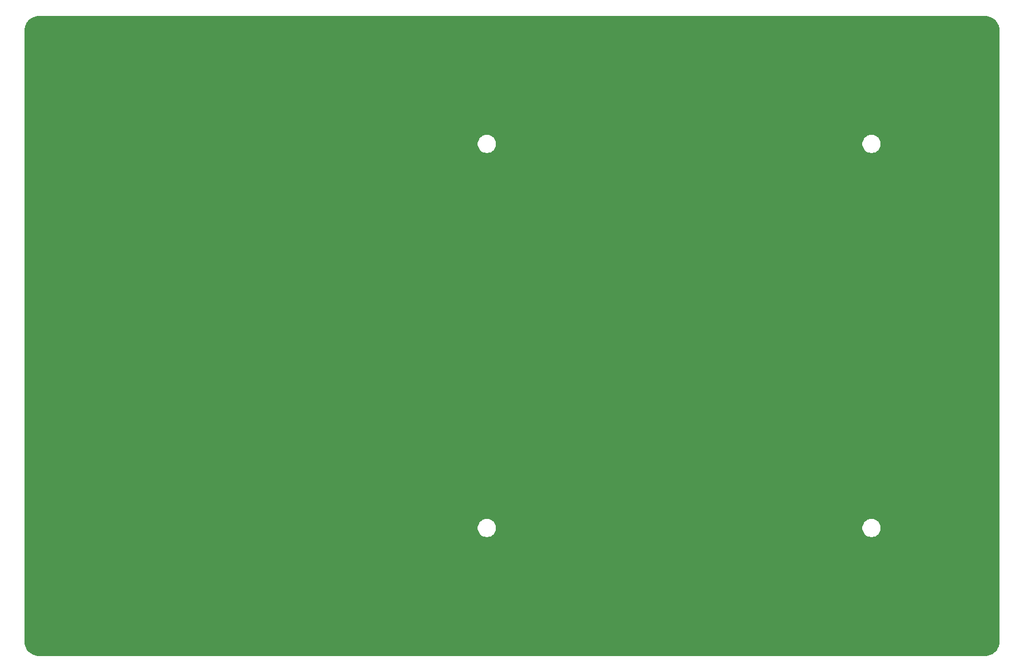
<source format=gbr>
%TF.GenerationSoftware,KiCad,Pcbnew,9.0.5-9.0.5~ubuntu24.04.1*%
%TF.CreationDate,2025-11-03T21:57:16+08:00*%
%TF.ProjectId,TPS2,54505332-2e6b-4696-9361-645f70636258,rev?*%
%TF.SameCoordinates,Original*%
%TF.FileFunction,Copper,L2,Bot*%
%TF.FilePolarity,Positive*%
%FSLAX46Y46*%
G04 Gerber Fmt 4.6, Leading zero omitted, Abs format (unit mm)*
G04 Created by KiCad (PCBNEW 9.0.5-9.0.5~ubuntu24.04.1) date 2025-11-03 21:57:16*
%MOMM*%
%LPD*%
G01*
G04 APERTURE LIST*
G04 APERTURE END LIST*
%TA.AperFunction,NonConductor*%
G36*
X181178736Y-29000726D02*
G01*
X181411068Y-29014779D01*
X181419729Y-29015611D01*
X181471126Y-29022377D01*
X181477239Y-29023339D01*
X181679220Y-29060353D01*
X181688960Y-29062547D01*
X181732404Y-29074187D01*
X181737176Y-29075569D01*
X181940605Y-29138961D01*
X181951158Y-29142782D01*
X181978927Y-29154284D01*
X181982340Y-29155757D01*
X182190319Y-29249360D01*
X182203575Y-29256318D01*
X182289020Y-29307971D01*
X182418045Y-29385970D01*
X182430356Y-29394468D01*
X182627636Y-29549027D01*
X182638844Y-29558957D01*
X182816042Y-29736155D01*
X182825972Y-29747363D01*
X182980527Y-29944637D01*
X182989033Y-29956960D01*
X183118680Y-30171422D01*
X183125639Y-30184681D01*
X183219229Y-30392632D01*
X183220714Y-30396071D01*
X183232216Y-30423840D01*
X183236040Y-30434401D01*
X183299421Y-30637795D01*
X183300811Y-30642594D01*
X183312451Y-30686038D01*
X183314645Y-30695778D01*
X183351655Y-30897735D01*
X183352625Y-30903902D01*
X183359385Y-30955249D01*
X183360220Y-30963946D01*
X183374274Y-31196263D01*
X183374500Y-31203751D01*
X183374500Y-122046248D01*
X183374274Y-122053736D01*
X183360220Y-122286052D01*
X183359385Y-122294749D01*
X183352625Y-122346096D01*
X183351655Y-122352263D01*
X183314645Y-122554220D01*
X183312451Y-122563960D01*
X183300811Y-122607404D01*
X183299421Y-122612203D01*
X183236040Y-122815597D01*
X183232216Y-122826158D01*
X183220714Y-122853927D01*
X183219229Y-122857366D01*
X183125639Y-123065317D01*
X183118680Y-123078576D01*
X182989033Y-123293039D01*
X182980527Y-123305362D01*
X182825972Y-123502636D01*
X182816042Y-123513844D01*
X182638844Y-123691042D01*
X182627636Y-123700972D01*
X182430362Y-123855527D01*
X182418039Y-123864033D01*
X182203576Y-123993680D01*
X182190317Y-124000639D01*
X181982366Y-124094229D01*
X181978927Y-124095714D01*
X181951158Y-124107216D01*
X181940597Y-124111040D01*
X181737203Y-124174421D01*
X181732404Y-124175811D01*
X181688960Y-124187451D01*
X181679220Y-124189645D01*
X181477263Y-124226655D01*
X181471096Y-124227625D01*
X181419749Y-124234385D01*
X181411052Y-124235220D01*
X181187202Y-124248761D01*
X181178735Y-124249274D01*
X181171249Y-124249500D01*
X40664751Y-124249500D01*
X40657264Y-124249274D01*
X40647971Y-124248711D01*
X40424946Y-124235220D01*
X40416249Y-124234385D01*
X40364902Y-124227625D01*
X40358735Y-124226655D01*
X40156778Y-124189645D01*
X40147038Y-124187451D01*
X40103594Y-124175811D01*
X40098795Y-124174421D01*
X39895401Y-124111040D01*
X39884840Y-124107216D01*
X39857071Y-124095714D01*
X39853632Y-124094229D01*
X39645681Y-124000639D01*
X39632422Y-123993680D01*
X39417960Y-123864033D01*
X39405637Y-123855527D01*
X39208363Y-123700972D01*
X39197155Y-123691042D01*
X39019957Y-123513844D01*
X39010027Y-123502636D01*
X38855472Y-123305362D01*
X38846970Y-123293045D01*
X38768971Y-123164020D01*
X38717318Y-123078575D01*
X38710359Y-123065316D01*
X38616769Y-122857366D01*
X38615284Y-122853927D01*
X38603782Y-122826158D01*
X38599958Y-122815597D01*
X38565760Y-122705852D01*
X38536569Y-122612176D01*
X38535187Y-122607404D01*
X38523547Y-122563960D01*
X38521353Y-122554220D01*
X38501773Y-122447376D01*
X38484339Y-122352239D01*
X38483377Y-122346126D01*
X38476611Y-122294729D01*
X38475779Y-122286068D01*
X38461726Y-122053736D01*
X38461500Y-122046249D01*
X38461500Y-105093713D01*
X105824500Y-105093713D01*
X105824500Y-105306286D01*
X105857753Y-105516239D01*
X105923444Y-105718414D01*
X106019951Y-105907820D01*
X106144890Y-106079786D01*
X106295213Y-106230109D01*
X106467179Y-106355048D01*
X106467181Y-106355049D01*
X106467184Y-106355051D01*
X106656588Y-106451557D01*
X106858757Y-106517246D01*
X107068713Y-106550500D01*
X107068714Y-106550500D01*
X107281286Y-106550500D01*
X107281287Y-106550500D01*
X107491243Y-106517246D01*
X107693412Y-106451557D01*
X107882816Y-106355051D01*
X107904789Y-106339086D01*
X108054786Y-106230109D01*
X108054788Y-106230106D01*
X108054792Y-106230104D01*
X108205104Y-106079792D01*
X108205106Y-106079788D01*
X108205109Y-106079786D01*
X108330048Y-105907820D01*
X108330047Y-105907820D01*
X108330051Y-105907816D01*
X108426557Y-105718412D01*
X108492246Y-105516243D01*
X108525500Y-105306287D01*
X108525500Y-105093713D01*
X162974500Y-105093713D01*
X162974500Y-105306286D01*
X163007753Y-105516239D01*
X163073444Y-105718414D01*
X163169951Y-105907820D01*
X163294890Y-106079786D01*
X163445213Y-106230109D01*
X163617179Y-106355048D01*
X163617181Y-106355049D01*
X163617184Y-106355051D01*
X163806588Y-106451557D01*
X164008757Y-106517246D01*
X164218713Y-106550500D01*
X164218714Y-106550500D01*
X164431286Y-106550500D01*
X164431287Y-106550500D01*
X164641243Y-106517246D01*
X164843412Y-106451557D01*
X165032816Y-106355051D01*
X165054789Y-106339086D01*
X165204786Y-106230109D01*
X165204788Y-106230106D01*
X165204792Y-106230104D01*
X165355104Y-106079792D01*
X165355106Y-106079788D01*
X165355109Y-106079786D01*
X165480048Y-105907820D01*
X165480047Y-105907820D01*
X165480051Y-105907816D01*
X165576557Y-105718412D01*
X165642246Y-105516243D01*
X165675500Y-105306287D01*
X165675500Y-105093713D01*
X165642246Y-104883757D01*
X165576557Y-104681588D01*
X165480051Y-104492184D01*
X165480049Y-104492181D01*
X165480048Y-104492179D01*
X165355109Y-104320213D01*
X165204786Y-104169890D01*
X165032820Y-104044951D01*
X164843414Y-103948444D01*
X164843413Y-103948443D01*
X164843412Y-103948443D01*
X164641243Y-103882754D01*
X164641241Y-103882753D01*
X164641240Y-103882753D01*
X164479957Y-103857208D01*
X164431287Y-103849500D01*
X164218713Y-103849500D01*
X164170042Y-103857208D01*
X164008760Y-103882753D01*
X163806585Y-103948444D01*
X163617179Y-104044951D01*
X163445213Y-104169890D01*
X163294890Y-104320213D01*
X163169951Y-104492179D01*
X163073444Y-104681585D01*
X163007753Y-104883760D01*
X162974500Y-105093713D01*
X108525500Y-105093713D01*
X108492246Y-104883757D01*
X108426557Y-104681588D01*
X108330051Y-104492184D01*
X108330049Y-104492181D01*
X108330048Y-104492179D01*
X108205109Y-104320213D01*
X108054786Y-104169890D01*
X107882820Y-104044951D01*
X107693414Y-103948444D01*
X107693413Y-103948443D01*
X107693412Y-103948443D01*
X107491243Y-103882754D01*
X107491241Y-103882753D01*
X107491240Y-103882753D01*
X107329957Y-103857208D01*
X107281287Y-103849500D01*
X107068713Y-103849500D01*
X107020042Y-103857208D01*
X106858760Y-103882753D01*
X106656585Y-103948444D01*
X106467179Y-104044951D01*
X106295213Y-104169890D01*
X106144890Y-104320213D01*
X106019951Y-104492179D01*
X105923444Y-104681585D01*
X105857753Y-104883760D01*
X105824500Y-105093713D01*
X38461500Y-105093713D01*
X38461500Y-47943713D01*
X105824500Y-47943713D01*
X105824500Y-48156286D01*
X105857753Y-48366239D01*
X105923444Y-48568414D01*
X106019951Y-48757820D01*
X106144890Y-48929786D01*
X106295213Y-49080109D01*
X106467179Y-49205048D01*
X106467181Y-49205049D01*
X106467184Y-49205051D01*
X106656588Y-49301557D01*
X106858757Y-49367246D01*
X107068713Y-49400500D01*
X107068714Y-49400500D01*
X107281286Y-49400500D01*
X107281287Y-49400500D01*
X107491243Y-49367246D01*
X107693412Y-49301557D01*
X107882816Y-49205051D01*
X107904789Y-49189086D01*
X108054786Y-49080109D01*
X108054788Y-49080106D01*
X108054792Y-49080104D01*
X108205104Y-48929792D01*
X108205106Y-48929788D01*
X108205109Y-48929786D01*
X108330048Y-48757820D01*
X108330047Y-48757820D01*
X108330051Y-48757816D01*
X108426557Y-48568412D01*
X108492246Y-48366243D01*
X108525500Y-48156287D01*
X108525500Y-47943713D01*
X162974500Y-47943713D01*
X162974500Y-48156286D01*
X163007753Y-48366239D01*
X163073444Y-48568414D01*
X163169951Y-48757820D01*
X163294890Y-48929786D01*
X163445213Y-49080109D01*
X163617179Y-49205048D01*
X163617181Y-49205049D01*
X163617184Y-49205051D01*
X163806588Y-49301557D01*
X164008757Y-49367246D01*
X164218713Y-49400500D01*
X164218714Y-49400500D01*
X164431286Y-49400500D01*
X164431287Y-49400500D01*
X164641243Y-49367246D01*
X164843412Y-49301557D01*
X165032816Y-49205051D01*
X165054789Y-49189086D01*
X165204786Y-49080109D01*
X165204788Y-49080106D01*
X165204792Y-49080104D01*
X165355104Y-48929792D01*
X165355106Y-48929788D01*
X165355109Y-48929786D01*
X165480048Y-48757820D01*
X165480047Y-48757820D01*
X165480051Y-48757816D01*
X165576557Y-48568412D01*
X165642246Y-48366243D01*
X165675500Y-48156287D01*
X165675500Y-47943713D01*
X165642246Y-47733757D01*
X165576557Y-47531588D01*
X165480051Y-47342184D01*
X165480049Y-47342181D01*
X165480048Y-47342179D01*
X165355109Y-47170213D01*
X165204786Y-47019890D01*
X165032820Y-46894951D01*
X164843414Y-46798444D01*
X164843413Y-46798443D01*
X164843412Y-46798443D01*
X164641243Y-46732754D01*
X164641241Y-46732753D01*
X164641240Y-46732753D01*
X164479957Y-46707208D01*
X164431287Y-46699500D01*
X164218713Y-46699500D01*
X164170042Y-46707208D01*
X164008760Y-46732753D01*
X163806585Y-46798444D01*
X163617179Y-46894951D01*
X163445213Y-47019890D01*
X163294890Y-47170213D01*
X163169951Y-47342179D01*
X163073444Y-47531585D01*
X163007753Y-47733760D01*
X162974500Y-47943713D01*
X108525500Y-47943713D01*
X108492246Y-47733757D01*
X108426557Y-47531588D01*
X108330051Y-47342184D01*
X108330049Y-47342181D01*
X108330048Y-47342179D01*
X108205109Y-47170213D01*
X108054786Y-47019890D01*
X107882820Y-46894951D01*
X107693414Y-46798444D01*
X107693413Y-46798443D01*
X107693412Y-46798443D01*
X107491243Y-46732754D01*
X107491241Y-46732753D01*
X107491240Y-46732753D01*
X107329957Y-46707208D01*
X107281287Y-46699500D01*
X107068713Y-46699500D01*
X107020042Y-46707208D01*
X106858760Y-46732753D01*
X106656585Y-46798444D01*
X106467179Y-46894951D01*
X106295213Y-47019890D01*
X106144890Y-47170213D01*
X106019951Y-47342179D01*
X105923444Y-47531585D01*
X105857753Y-47733760D01*
X105824500Y-47943713D01*
X38461500Y-47943713D01*
X38461500Y-31203750D01*
X38461726Y-31196263D01*
X38475780Y-30963923D01*
X38476610Y-30955275D01*
X38483379Y-30903861D01*
X38484337Y-30897772D01*
X38521355Y-30695769D01*
X38523547Y-30686038D01*
X38525453Y-30678923D01*
X38535195Y-30642564D01*
X38536560Y-30637850D01*
X38599965Y-30434379D01*
X38603777Y-30423853D01*
X38615307Y-30396017D01*
X38616736Y-30392707D01*
X38710367Y-30184666D01*
X38717312Y-30171433D01*
X38846975Y-29956946D01*
X38855462Y-29944650D01*
X39010034Y-29747354D01*
X39019949Y-29736163D01*
X39197163Y-29558949D01*
X39208354Y-29549034D01*
X39405650Y-29394462D01*
X39417946Y-29385975D01*
X39632433Y-29256312D01*
X39645666Y-29249367D01*
X39853707Y-29155736D01*
X39857017Y-29154307D01*
X39884853Y-29142777D01*
X39895379Y-29138965D01*
X40098850Y-29075560D01*
X40103564Y-29074195D01*
X40147038Y-29062547D01*
X40156769Y-29060355D01*
X40358772Y-29023337D01*
X40364861Y-29022379D01*
X40416275Y-29015610D01*
X40424925Y-29014780D01*
X40657264Y-29000726D01*
X40664751Y-29000500D01*
X181171249Y-29000500D01*
X181178736Y-29000726D01*
G37*
%TD.AperFunction*%
M02*

</source>
